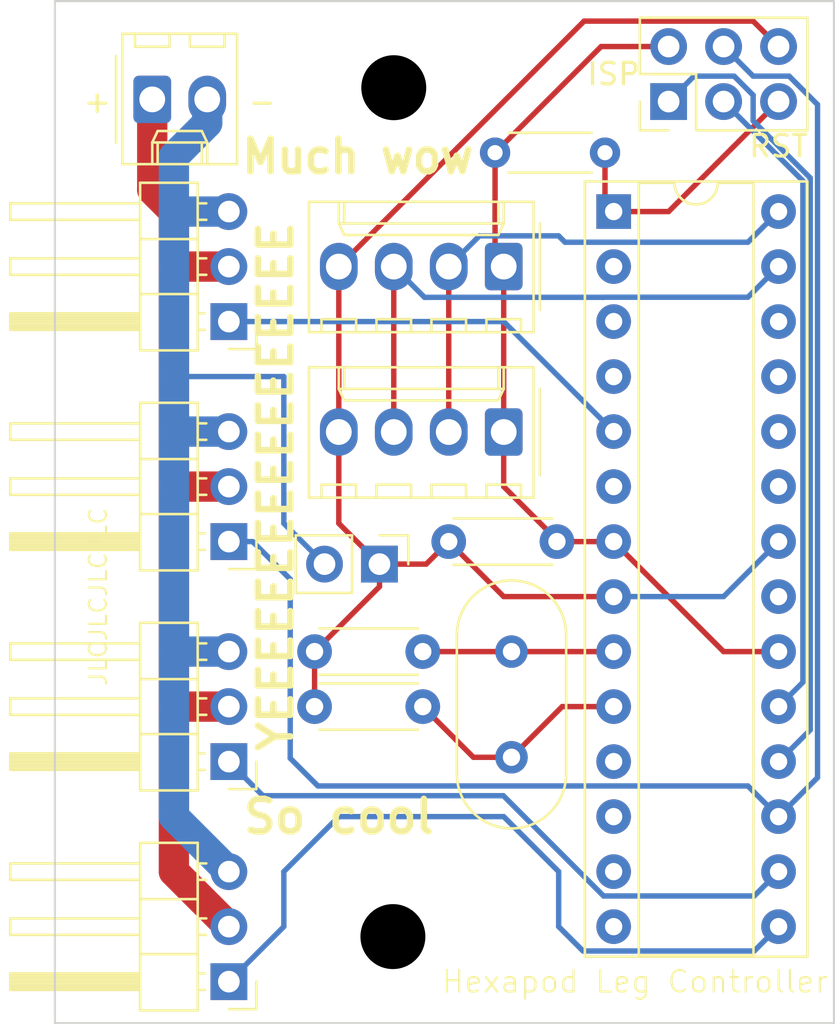
<source format=kicad_pcb>
(kicad_pcb (version 20211014) (generator pcbnew)
  (layers (0 "F.Cu" signal) (31 "B.Cu" signal) (34 "B.Paste" user) (35 "F.Paste" user) (36 "B.SilkS" user "B.Silkscreen") (37 "F.SilkS" user "F.Silkscreen") (38 "B.Mask" user) (39 "F.Mask" user) (44 "Edge.Cuts" user))
  (net 0 "")
  (net 5 "/Logic VCC")
  (net 6 "/SDA")
  (net 7 "/SCL")
  (net 12 "/Logic GND")
  (net 13 "Net-(CrystalOsc1-Pad1)")
  (net 14 "/RESET")
  (net 15 "/MOSI")
  (net 16 "/MISO")
  (net 22 "Net-(CrystalOsc1-Pad2)")
  (net 23 "/Servo0 PWM")
  (net 24 "/Servo VCC")
  (net 25 "/Servo GND")
  (net 26 "/Servo1 PWM")
  (net 27 "/SCK")
  (net 28 "/Servo3 PWM")
  (footprint "Connector_PinHeader_2.54mm:PinHeader_1x03_P2.54mm_Horizontal" (layer "F.Cu") (at 66.04 50.8 180)
    (fp_text reference "Servo3" hide)
    (fp_text value "Conn_01x03" hide)
    (fp_line (start 4.1 -0.38) (end 10.1 -0.38) (layer "F.SilkS") (width 0.12))
    (fp_line (start 10.1 -0.38) (end 10.1 0.38) (layer "F.SilkS") (width 0.12))
    (fp_line (start 10.1 5.46) (end 4.1 5.46) (layer "F.SilkS") (width 0.12))
    (fp_line (start 10.1 4.7) (end 10.1 5.46) (layer "F.SilkS") (width 0.12))
    (fp_line (start 1.44 3.81) (end 4.1 3.81) (layer "F.SilkS") (width 0.12))
    (fp_line (start 4.1 0.04) (end 10.1 0.04) (layer "F.SilkS") (width 0.12))
    (fp_line (start 4.1 0.16) (end 10.1 0.16) (layer "F.SilkS") (width 0.12))
    (fp_line (start 10.1 2.16) (end 10.1 2.92) (layer "F.SilkS") (width 0.12))
    (fp_line (start 1.44 6.41) (end 4.1 6.41) (layer "F.SilkS") (width 0.12))
    (fp_line (start 1.44 1.27) (end 4.1 1.27) (layer "F.SilkS") (width 0.12))
    (fp_line (start 1.042929 5.46) (end 1.44 5.46) (layer "F.SilkS") (width 0.12))
    (fp_line (start 10.1 2.92) (end 4.1 2.92) (layer "F.SilkS") (width 0.12))
    (fp_line (start 4.1 -0.08) (end 10.1 -0.08) (layer "F.SilkS") (width 0.12))
    (fp_line (start 4.1 0.28) (end 10.1 0.28) (layer "F.SilkS") (width 0.12))
    (fp_line (start 10.1 0.38) (end 4.1 0.38) (layer "F.SilkS") (width 0.12))
    (fp_line (start 1.042929 4.7) (end 1.44 4.7) (layer "F.SilkS") (width 0.12))
    (fp_line (start 1.11 0.38) (end 1.44 0.38) (layer "F.SilkS") (width 0.12))
    (fp_line (start 4.1 -0.2) (end 10.1 -0.2) (layer "F.SilkS") (width 0.12))
    (fp_line (start -1.27 -1.27) (end 0 -1.27) (layer "F.SilkS") (width 0.12))
    (fp_line (start 4.1 4.7) (end 10.1 4.7) (layer "F.SilkS") (width 0.12))
    (fp_line (start -1.27 0) (end -1.27 -1.27) (layer "F.SilkS") (width 0.12))
    (fp_line (start 4.1 -1.33) (end 1.44 -1.33) (layer "F.SilkS") (width 0.12))
    (fp_line (start 4.1 2.16) (end 10.1 2.16) (layer "F.SilkS") (width 0.12))
    (fp_line (start 1.042929 2.92) (end 1.44 2.92) (layer "F.SilkS") (width 0.12))
    (fp_line (start 4.1 6.41) (end 4.1 -1.33) (layer "F.SilkS") (width 0.12))
    (fp_line (start 1.44 -1.33) (end 1.44 6.41) (layer "F.SilkS") (width 0.12))
    (fp_line (start 1.11 -0.38) (end 1.44 -0.38) (layer "F.SilkS") (width 0.12))
    (fp_line (start 1.042929 2.16) (end 1.44 2.16) (layer "F.SilkS") (width 0.12))
    (fp_line (start 4.1 -0.32) (end 10.1 -0.32) (layer "F.SilkS") (width 0.12))
    (pad "1" thru_hole rect (at 0 0 180) (size 1.7 1.7) (drill 1) (layers *.Cu *.Mask) (net 28 "/Servo3 PWM"))
    (pad "2" thru_hole oval (at 0 2.54 180) (size 1.7 1.7) (drill 1) (layers *.Cu *.Mask) (net 24 "/Servo VCC"))
    (pad "3" thru_hole oval (at 0 5.08 180) (size 1.7 1.7) (drill 1) (layers *.Cu *.Mask) (net 25 "/Servo GND"))
  )
  (footprint "Connector_PinHeader_2.54mm:PinHeader_1x02_P2.54mm_Vertical" (layer "F.Cu") (at 73 62 -90)
    (fp_text reference "GroundBridge1" hide)
    (fp_text value "Conn_01x02" hide)
    (fp_line (start 1.33 1.27) (end 1.33 3.87) (layer "F.SilkS") (width 0.12))
    (fp_line (start -1.33 0) (end -1.33 -1.33) (layer "F.SilkS") (width 0.12))
    (fp_line (start -1.33 3.87) (end 1.33 3.87) (layer "F.SilkS") (width 0.12))
    (fp_line (start -1.33 1.27) (end -1.33 3.87) (layer "F.SilkS") (width 0.12))
    (fp_line (start -1.33 -1.33) (end 0 -1.33) (layer "F.SilkS") (width 0.12))
    (fp_line (start -1.33 1.27) (end 1.33 1.27) (layer "F.SilkS") (width 0.12))
    (pad "1" thru_hole rect (at 0 0 270) (size 1.7 1.7) (drill 1) (layers *.Cu *.Mask) (net 12 "/Logic GND"))
    (pad "2" thru_hole oval (at 0 2.54 270) (size 1.7 1.7) (drill 1) (layers *.Cu *.Mask) (net 25 "/Servo GND"))
  )
  (footprint "Connector_PinHeader_2.54mm:PinHeader_1x03_P2.54mm_Horizontal" (layer "F.Cu") (at 66.04 71.12 180)
    (fp_text reference "Servo1" hide)
    (fp_text value "Conn_01x03" hide)
    (fp_line (start 10.1 0.38) (end 4.1 0.38) (layer "F.SilkS") (width 0.12))
    (fp_line (start 1.042929 5.46) (end 1.44 5.46) (layer "F.SilkS") (width 0.12))
    (fp_line (start 4.1 0.04) (end 10.1 0.04) (layer "F.SilkS") (width 0.12))
    (fp_line (start 4.1 2.16) (end 10.1 2.16) (layer "F.SilkS") (width 0.12))
    (fp_line (start 1.44 3.81) (end 4.1 3.81) (layer "F.SilkS") (width 0.12))
    (fp_line (start 4.1 -0.38) (end 10.1 -0.38) (layer "F.SilkS") (width 0.12))
    (fp_line (start 4.1 0.28) (end 10.1 0.28) (layer "F.SilkS") (width 0.12))
    (fp_line (start 10.1 2.16) (end 10.1 2.92) (layer "F.SilkS") (width 0.12))
    (fp_line (start 1.11 -0.38) (end 1.44 -0.38) (layer "F.SilkS") (width 0.12))
    (fp_line (start 4.1 -0.2) (end 10.1 -0.2) (layer "F.SilkS") (width 0.12))
    (fp_line (start 1.44 6.41) (end 4.1 6.41) (layer "F.SilkS") (width 0.12))
    (fp_line (start 4.1 -0.08) (end 10.1 -0.08) (layer "F.SilkS") (width 0.12))
    (fp_line (start 1.44 1.27) (end 4.1 1.27) (layer "F.SilkS") (width 0.12))
    (fp_line (start 4.1 -0.32) (end 10.1 -0.32) (layer "F.SilkS") (width 0.12))
    (fp_line (start 1.11 0.38) (end 1.44 0.38) (layer "F.SilkS") (width 0.12))
    (fp_line (start 1.042929 2.16) (end 1.44 2.16) (layer "F.SilkS") (width 0.12))
    (fp_line (start 4.1 -1.33) (end 1.44 -1.33) (layer "F.SilkS") (width 0.12))
    (fp_line (start 1.44 -1.33) (end 1.44 6.41) (layer "F.SilkS") (width 0.12))
    (fp_line (start 1.042929 2.92) (end 1.44 2.92) (layer "F.SilkS") (width 0.12))
    (fp_line (start -1.27 -1.27) (end 0 -1.27) (layer "F.SilkS") (width 0.12))
    (fp_line (start 10.1 -0.38) (end 10.1 0.38) (layer "F.SilkS") (width 0.12))
    (fp_line (start 10.1 4.7) (end 10.1 5.46) (layer "F.SilkS") (width 0.12))
    (fp_line (start -1.27 0) (end -1.27 -1.27) (layer "F.SilkS") (width 0.12))
    (fp_line (start 10.1 2.92) (end 4.1 2.92) (layer "F.SilkS") (width 0.12))
    (fp_line (start 4.1 4.7) (end 10.1 4.7) (layer "F.SilkS") (width 0.12))
    (fp_line (start 1.042929 4.7) (end 1.44 4.7) (layer "F.SilkS") (width 0.12))
    (fp_line (start 4.1 0.16) (end 10.1 0.16) (layer "F.SilkS") (width 0.12))
    (fp_line (start 4.1 6.41) (end 4.1 -1.33) (layer "F.SilkS") (width 0.12))
    (fp_line (start 10.1 5.46) (end 4.1 5.46) (layer "F.SilkS") (width 0.12))
    (pad "1" thru_hole rect (at 0 0 180) (size 1.7 1.7) (drill 1) (layers *.Cu *.Mask) (net 26 "/Servo1 PWM"))
    (pad "2" thru_hole oval (at 0 2.54 180) (size 1.7 1.7) (drill 1) (layers *.Cu *.Mask) (net 24 "/Servo VCC"))
    (pad "3" thru_hole oval (at 0 5.08 180) (size 1.7 1.7) (drill 1) (layers *.Cu *.Mask) (net 25 "/Servo GND"))
  )
  (footprint "Capacitor_THT:C_Disc_D4.3mm_W1.9mm_P5.00mm" (layer "F.Cu") (at 75 68.58 180)
    (fp_text reference "OscCap2" hide)
    (fp_text value "0.1uF" hide)
    (fp_line (start 0.23 1.07) (end 4.77 1.07) (layer "F.SilkS") (width 0.12))
    (fp_line (start 0.23 1.055) (end 0.23 1.07) (layer "F.SilkS") (width 0.12))
    (fp_line (start 0.23 -1.07) (end 4.77 -1.07) (layer "F.SilkS") (width 0.12))
    (fp_line (start 4.77 1.055) (end 4.77 1.07) (layer "F.SilkS") (width 0.12))
    (fp_line (start 4.77 -1.07) (end 4.77 -1.055) (layer "F.SilkS") (width 0.12))
    (fp_line (start 0.23 -1.07) (end 0.23 -1.055) (layer "F.SilkS") (width 0.12))
    (pad "1" thru_hole circle (at 0 0 180) (size 1.6 1.6) (drill 0.8) (layers *.Cu *.Mask) (net 22 "Net-(CrystalOsc1-Pad2)"))
    (pad "2" thru_hole circle (at 5 0 180) (size 1.6 1.6) (drill 0.8) (layers *.Cu *.Mask) (net 12 "/Logic GND"))
  )
  (footprint "Connector_Molex:Molex_KK-254_AE-6410-04A_1x04_P2.54mm_Vertical" (layer "F.Cu") (at 78.74 55.9 180)
    (fp_text reference "BusIn1" hide)
    (fp_text value "Conn_01x04" hide)
    (fp_line (start 8.42 -2.43) (end 8.42 -3.03) (layer "F.SilkS") (width 0.12))
    (fp_line (start 7.37 1.46) (end 7.62 1.99) (layer "F.SilkS") (width 0.12))
    (fp_line (start 9 -3.03) (end -1.38 -3.03) (layer "F.SilkS") (width 0.12))
    (fp_line (start 4.28 -3.03) (end 4.28 -2.43) (layer "F.SilkS") (width 0.12))
    (fp_line (start -1.67 -2) (end -1.67 2) (layer "F.SilkS") (width 0.12))
    (fp_line (start 0.25 1.46) (end 7.37 1.46) (layer "F.SilkS") (width 0.12))
    (fp_line (start 0 1.99) (end 7.62 1.99) (layer "F.SilkS") (width 0.12))
    (fp_line (start 7.62 1.99) (end 7.62 2.99) (layer "F.SilkS") (width 0.12))
    (fp_line (start 4.28 -2.43) (end 5.88 -2.43) (layer "F.SilkS") (width 0.12))
    (fp_line (start -1.38 -3.03) (end -1.38 2.99) (layer "F.SilkS") (width 0.12))
    (fp_line (start 0.8 -2.43) (end 0.8 -3.03) (layer "F.SilkS") (width 0.12))
    (fp_line (start 5.88 -2.43) (end 5.88 -3.03) (layer "F.SilkS") (width 0.12))
    (fp_line (start 6.82 -2.43) (end 8.42 -2.43) (layer "F.SilkS") (width 0.12))
    (fp_line (start 6.82 -3.03) (end 6.82 -2.43) (layer "F.SilkS") (width 0.12))
    (fp_line (start 1.74 -2.43) (end 3.34 -2.43) (layer "F.SilkS") (width 0.12))
    (fp_line (start -0.8 -2.43) (end 0.8 -2.43) (layer "F.SilkS") (width 0.12))
    (fp_line (start 7.37 2.99) (end 7.37 1.99) (layer "F.SilkS") (width 0.12))
    (fp_line (start 0 2.99) (end 0 1.99) (layer "F.SilkS") (width 0.12))
    (fp_line (start -1.38 2.99) (end 9 2.99) (layer "F.SilkS") (width 0.12))
    (fp_line (start -0.8 -3.03) (end -0.8 -2.43) (layer "F.SilkS") (width 0.12))
    (fp_line (start 9 2.99) (end 9 -3.03) (layer "F.SilkS") (width 0.12))
    (fp_line (start 3.34 -2.43) (end 3.34 -3.03) (layer "F.SilkS") (width 0.12))
    (fp_line (start 0.25 2.99) (end 0.25 1.99) (layer "F.SilkS") (width 0.12))
    (fp_line (start 1.74 -3.03) (end 1.74 -2.43) (layer "F.SilkS") (width 0.12))
    (fp_line (start 0 1.99) (end 0.25 1.46) (layer "F.SilkS") (width 0.12))
    (pad "1" thru_hole roundrect (at 0 0 180) (size 1.74 2.19) (drill 1.19) (layers *.Cu *.Mask) (roundrect_rratio 0.1436781609) (net 5 "/Logic VCC"))
    (pad "2" thru_hole oval (at 2.54 0 180) (size 1.74 2.19) (drill 1.19) (layers *.Cu *.Mask) (net 7 "/SCL"))
    (pad "3" thru_hole oval (at 5.08 0 180) (size 1.74 2.19) (drill 1.19) (layers *.Cu *.Mask) (net 6 "/SDA"))
    (pad "4" thru_hole oval (at 7.62 0 180) (size 1.74 2.19) (drill 1.19) (layers *.Cu *.Mask) (net 12 "/Logic GND"))
  )
  (footprint "Connector_PinHeader_2.54mm:PinHeader_1x03_P2.54mm_Horizontal" (layer "F.Cu") (at 66.04 60.96 180)
    (fp_text reference "Servo2" hide)
    (fp_text value "Conn_01x03" hide)
    (fp_line (start 1.44 3.81) (end 4.1 3.81) (layer "F.SilkS") (width 0.12))
    (fp_line (start 10.1 2.16) (end 10.1 2.92) (layer "F.SilkS") (width 0.12))
    (fp_line (start 4.1 0.28) (end 10.1 0.28) (layer "F.SilkS") (width 0.12))
    (fp_line (start 4.1 -0.32) (end 10.1 -0.32) (layer "F.SilkS") (width 0.12))
    (fp_line (start 4.1 -1.33) (end 1.44 -1.33) (layer "F.SilkS") (width 0.12))
    (fp_line (start 4.1 -0.08) (end 10.1 -0.08) (layer "F.SilkS") (width 0.12))
    (fp_line (start 10.1 4.7) (end 10.1 5.46) (layer "F.SilkS") (width 0.12))
    (fp_line (start 4.1 4.7) (end 10.1 4.7) (layer "F.SilkS") (width 0.12))
    (fp_line (start 4.1 -0.38) (end 10.1 -0.38) (layer "F.SilkS") (width 0.12))
    (fp_line (start 1.042929 2.16) (end 1.44 2.16) (layer "F.SilkS") (width 0.12))
    (fp_line (start 4.1 0.04) (end 10.1 0.04) (layer "F.SilkS") (width 0.12))
    (fp_line (start 10.1 0.38) (end 4.1 0.38) (layer "F.SilkS") (width 0.12))
    (fp_line (start 1.042929 5.46) (end 1.44 5.46) (layer "F.SilkS") (width 0.12))
    (fp_line (start 1.11 0.38) (end 1.44 0.38) (layer "F.SilkS") (width 0.12))
    (fp_line (start 4.1 0.16) (end 10.1 0.16) (layer "F.SilkS") (width 0.12))
    (fp_line (start 1.042929 2.92) (end 1.44 2.92) (layer "F.SilkS") (width 0.12))
    (fp_line (start 4.1 2.16) (end 10.1 2.16) (layer "F.SilkS") (width 0.12))
    (fp_line (start 10.1 -0.38) (end 10.1 0.38) (layer "F.SilkS") (width 0.12))
    (fp_line (start -1.27 0) (end -1.27 -1.27) (layer "F.SilkS") (width 0.12))
    (fp_line (start -1.27 -1.27) (end 0 -1.27) (layer "F.SilkS") (width 0.12))
    (fp_line (start 1.44 6.41) (end 4.1 6.41) (layer "F.SilkS") (width 0.12))
    (fp_line (start 10.1 5.46) (end 4.1 5.46) (layer "F.SilkS") (width 0.12))
    (fp_line (start 4.1 -0.2) (end 10.1 -0.2) (layer "F.SilkS") (width 0.12))
    (fp_line (start 10.1 2.92) (end 4.1 2.92) (layer "F.SilkS") (width 0.12))
    (fp_line (start 4.1 6.41) (end 4.1 -1.33) (layer "F.SilkS") (width 0.12))
    (fp_line (start 1.44 -1.33) (end 1.44 6.41) (layer "F.SilkS") (width 0.12))
    (fp_line (start 1.44 1.27) (end 4.1 1.27) (layer "F.SilkS") (width 0.12))
    (fp_line (start 1.11 -0.38) (end 1.44 -0.38) (layer "F.SilkS") (width 0.12))
    (fp_line (start 1.042929 4.7) (end 1.44 4.7) (layer "F.SilkS") (width 0.12))
    (pad "1" thru_hole rect (at 0 0 180) (size 1.7 1.7) (drill 1) (layers *.Cu *.Mask) (net 15 "/MOSI"))
    (pad "2" thru_hole oval (at 0 2.54 180) (size 1.7 1.7) (drill 1) (layers *.Cu *.Mask) (net 24 "/Servo VCC"))
    (pad "3" thru_hole oval (at 0 5.08 180) (size 1.7 1.7) (drill 1) (layers *.Cu *.Mask) (net 25 "/Servo GND"))
  )
  (footprint "Connector_PinHeader_2.54mm:PinHeader_2x03_P2.54mm_Vertical" (layer "F.Cu") (at 86.36 40.64 90)
    (fp_text reference "ISP" (at 1.27 -2.54 180) (layer "F.SilkS"))
    (fp_text value "Conn_02x03_Top_Bottom" hide)
    (fp_line (start 1.27 -1.33) (end 3.87 -1.33) (layer "F.SilkS") (width 0.12))
    (fp_line (start -1.33 6.41) (end 3.87 6.41) (layer "F.SilkS") (width 0.12))
    (fp_line (start 3.87 -1.33) (end 3.87 6.41) (layer "F.SilkS") (width 0.12))
    (fp_line (start -1.33 -1.33) (end 0 -1.33) (layer "F.SilkS") (width 0.12))
    (fp_line (start -1.33 1.27) (end -1.33 6.41) (layer "F.SilkS") (width 0.12))
    (fp_line (start -1.33 1.27) (end 1.27 1.27) (layer "F.SilkS") (width 0.12))
    (fp_line (start -1.33 0) (end -1.33 -1.33) (layer "F.SilkS") (width 0.12))
    (fp_line (start 1.27 1.27) (end 1.27 -1.33) (layer "F.SilkS") (width 0.12))
    (pad "1" thru_hole rect (at 0 0 90) (size 1.7 1.7) (drill 1) (layers *.Cu *.Mask) (net 16 "/MISO"))
    (pad "2" thru_hole oval (at 2.54 0 90) (size 1.7 1.7) (drill 1) (layers *.Cu *.Mask) (net 5 "/Logic VCC"))
    (pad "3" thru_hole oval (at 0 2.54 90) (size 1.7 1.7) (drill 1) (layers *.Cu *.Mask) (net 27 "/SCK"))
    (pad "4" thru_hole oval (at 2.54 2.54 90) (size 1.7 1.7) (drill 1) (layers *.Cu *.Mask) (net 15 "/MOSI"))
    (pad "5" thru_hole oval (at 0 5.08 90) (size 1.7 1.7) (drill 1) (layers *.Cu *.Mask) (net 14 "/RESET"))
    (pad "6" thru_hole oval (at 2.54 5.08 90) (size 1.7 1.7) (drill 1) (layers *.Cu *.Mask) (net 12 "/Logic GND"))
  )
  (footprint "Capacitor_THT:C_Disc_D4.3mm_W1.9mm_P5.00mm" (layer "F.Cu") (at 76.2 60.96)
    (fp_text reference "DecupCap1" hide)
    (fp_text value "0.1uF" hide)
    (fp_line (start 4.77 1.055) (end 4.77 1.07) (layer "F.SilkS") (width 0.12))
    (fp_line (start 0.23 -1.07) (end 0.23 -1.055) (layer "F.SilkS") (width 0.12))
    (fp_line (start 0.23 1.055) (end 0.23 1.07) (layer "F.SilkS") (width 0.12))
    (fp_line (start 4.77 -1.07) (end 4.77 -1.055) (layer "F.SilkS") (width 0.12))
    (fp_line (start 0.23 1.07) (end 4.77 1.07) (layer "F.SilkS") (width 0.12))
    (fp_line (start 0.23 -1.07) (end 4.77 -1.07) (layer "F.SilkS") (width 0.12))
    (pad "1" thru_hole circle (at 0 0) (size 1.6 1.6) (drill 0.8) (layers *.Cu *.Mask) (net 12 "/Logic GND"))
    (pad "2" thru_hole circle (at 5 0) (size 1.6 1.6) (drill 0.8) (layers *.Cu *.Mask) (net 5 "/Logic VCC"))
  )
  (footprint "Resistor_THT:R_Axial_DIN0204_L3.6mm_D1.6mm_P5.08mm_Horizontal" (layer "F.Cu") (at 83.42 43 180)
    (fp_text reference "ResetPullUp1" hide)
    (fp_text value "10k" hide)
    (fp_line (start 0.62 0.92) (end 4.46 0.92) (layer "F.SilkS") (width 0.12))
    (fp_line (start 0.62 -0.92) (end 4.46 -0.92) (layer "F.SilkS") (width 0.12))
    (pad "1" thru_hole circle (at 0 0 180) (size 1.4 1.4) (drill 0.7) (layers *.Cu *.Mask) (net 14 "/RESET"))
    (pad "2" thru_hole oval (at 5.08 0 180) (size 1.4 1.4) (drill 0.7) (layers *.Cu *.Mask) (net 5 "/Logic VCC"))
  )
  (footprint "Crystal:Crystal_HC49-4H_Vertical" (layer "F.Cu") (at 79.1 66.04 -90)
    (fp_text reference "CrystalOsc1" hide)
    (fp_text value "Conn_01x02" hide)
    (fp_line (start -0.76 2.525) (end 5.64 2.525) (layer "F.SilkS") (width 0.12))
    (fp_line (start -0.76 -2.525) (end 5.64 -2.525) (layer "F.SilkS") (width 0.12))
    (fp_arc (start 5.64 -2.525) (mid 8.165 0) (end 5.64 2.525) (layer "F.SilkS") (width 0.12))
    (fp_arc (start -0.76 2.525) (mid -3.285 0) (end -0.76 -2.525) (layer "F.SilkS") (width 0.12))
    (pad "1" thru_hole circle (at 0 0 270) (size 1.5 1.5) (drill 0.8) (layers *.Cu *.Mask) (net 13 "Net-(CrystalOsc1-Pad1)"))
    (pad "2" thru_hole circle (at 4.88 0 270) (size 1.5 1.5) (drill 0.8) (layers *.Cu *.Mask) (net 22 "Net-(CrystalOsc1-Pad2)"))
  )
  (footprint "Connector_PinHeader_2.54mm:PinHeader_1x03_P2.54mm_Horizontal" (layer "F.Cu") (at 66.04 81.28 180)
    (fp_text reference "Servo0" hide)
    (fp_text value "Conn_01x03" hide)
    (fp_line (start 10.1 2.92) (end 4.1 2.92) (layer "F.SilkS") (width 0.12))
    (fp_line (start 1.042929 4.7) (end 1.44 4.7) (layer "F.SilkS") (width 0.12))
    (fp_line (start 4.1 6.41) (end 4.1 -1.33) (layer "F.SilkS") (width 0.12))
    (fp_line (start 4.1 0.04) (end 10.1 0.04) (layer "F.SilkS") (width 0.12))
    (fp_line (start 10.1 0.38) (end 4.1 0.38) (layer "F.SilkS") (width 0.12))
    (fp_line (start 4.1 4.7) (end 10.1 4.7) (layer "F.SilkS") (width 0.12))
    (fp_line (start -1.27 0) (end -1.27 -1.27) (layer "F.SilkS") (width 0.12))
    (fp_line (start 1.44 -1.33) (end 1.44 6.41) (layer "F.SilkS") (width 0.12))
    (fp_line (start 1.042929 2.92) (end 1.44 2.92) (layer "F.SilkS") (width 0.12))
    (fp_line (start 1.042929 5.46) (end 1.44 5.46) (layer "F.SilkS") (width 0.12))
    (fp_line (start 4.1 2.16) (end 10.1 2.16) (layer "F.SilkS") (width 0.12))
    (fp_line (start 1.44 3.81) (end 4.1 3.81) (layer "F.SilkS") (width 0.12))
    (fp_line (start -1.27 -1.27) (end 0 -1.27) (layer "F.SilkS") (width 0.12))
    (fp_line (start 1.11 -0.38) (end 1.44 -0.38) (layer "F.SilkS") (width 0.12))
    (fp_line (start 4.1 -0.2) (end 10.1 -0.2) (layer "F.SilkS") (width 0.12))
    (fp_line (start 10.1 2.16) (end 10.1 2.92) (layer "F.SilkS") (width 0.12))
    (fp_line (start 4.1 -0.32) (end 10.1 -0.32) (layer "F.SilkS") (width 0.12))
    (fp_line (start 1.44 6.41) (end 4.1 6.41) (layer "F.SilkS") (width 0.12))
    (fp_line (start 1.042929 2.16) (end 1.44 2.16) (layer "F.SilkS") (width 0.12))
    (fp_line (start 10.1 -0.38) (end 10.1 0.38) (layer "F.SilkS") (width 0.12))
    (fp_line (start 4.1 0.16) (end 10.1 0.16) (layer "F.SilkS") (width 0.12))
    (fp_line (start 1.11 0.38) (end 1.44 0.38) (layer "F.SilkS") (width 0.12))
    (fp_line (start 4.1 -0.08) (end 10.1 -0.08) (layer "F.SilkS") (width 0.12))
    (fp_line (start 10.1 5.46) (end 4.1 5.46) (layer "F.SilkS") (width 0.12))
    (fp_line (start 1.44 1.27) (end 4.1 1.27) (layer "F.SilkS") (width 0.12))
    (fp_line (start 4.1 0.28) (end 10.1 0.28) (layer "F.SilkS") (width 0.12))
    (fp_line (start 4.1 -1.33) (end 1.44 -1.33) (layer "F.SilkS") (width 0.12))
    (fp_line (start 4.1 -0.38) (end 10.1 -0.38) (layer "F.SilkS") (width 0.12))
    (fp_line (start 10.1 4.7) (end 10.1 5.46) (layer "F.SilkS") (width 0.12))
    (pad "1" thru_hole rect (at 0 0 180) (size 1.7 1.7) (drill 1) (layers *.Cu *.Mask) (net 23 "/Servo0 PWM"))
    (pad "2" thru_hole oval (at 0 2.54 180) (size 1.7 1.7) (drill 1) (layers *.Cu *.Mask) (net 24 "/Servo VCC"))
    (pad "3" thru_hole oval (at 0 5.08 180) (size 1.7 1.7) (drill 1) (layers *.Cu *.Mask) (net 25 "/Servo GND"))
  )
  (footprint "" (layer "F.Cu") (at 73.66 40)
    (fp_text reference "" hide)
    (fp_text value "" hide)
    (pad "" np_thru_hole circle (at 0 0) (size 6 6) (drill 3) (layers *.Mask))
  )
  (footprint "MountingHole:MountingHole_3mm_Pad" (layer "F.Cu") (at 73.62 79.2)
    (fp_text reference "REF**" hide)
    (fp_text value "MountingHole_3mm_Pad" hide)
    (pad "" np_thru_hole circle (at 0 0) (size 6 6) (drill 3) (layers *.Mask))
  )
  (footprint "Capacitor_THT:C_Disc_D4.3mm_W1.9mm_P5.00mm" (layer "F.Cu") (at 75 66.04 180)
    (fp_text reference "OscCap1" hide)
    (fp_text value "0.1uF" hide)
    (fp_line (start 4.77 -1.07) (end 4.77 -1.055) (layer "F.SilkS") (width 0.12))
    (fp_line (start 0.23 1.07) (end 4.77 1.07) (layer "F.SilkS") (width 0.12))
    (fp_line (start 0.23 -1.07) (end 0.23 -1.055) (layer "F.SilkS") (width 0.12))
    (fp_line (start 0.23 -1.07) (end 4.77 -1.07) (layer "F.SilkS") (width 0.12))
    (fp_line (start 0.23 1.055) (end 0.23 1.07) (layer "F.SilkS") (width 0.12))
    (fp_line (start 4.77 1.055) (end 4.77 1.07) (layer "F.SilkS") (width 0.12))
    (pad "1" thru_hole circle (at 0 0 180) (size 1.6 1.6) (drill 0.8) (layers *.Cu *.Mask) (net 13 "Net-(CrystalOsc1-Pad1)"))
    (pad "2" thru_hole circle (at 5 0 180) (size 1.6 1.6) (drill 0.8) (layers *.Cu *.Mask) (net 12 "/Logic GND"))
  )
  (footprint "Package_DIP:DIP-28_W7.62mm_Socket" (layer "F.Cu") (at 83.82 45.72)
    (fp_text reference "U1" hide)
    (fp_text value "ATmega328-P" hide)
    (fp_line (start 1.16 -1.33) (end 1.16 34.35) (layer "F.SilkS") (width 0.12))
    (fp_line (start 8.95 34.41) (end 8.95 -1.39) (layer "F.SilkS") (width 0.12))
    (fp_line (start -1.33 34.41) (end 8.95 34.41) (layer "F.SilkS") (width 0.12))
    (fp_line (start 8.95 -1.39) (end -1.33 -1.39) (layer "F.SilkS") (width 0.12))
    (fp_line (start 6.46 34.35) (end 6.46 -1.33) (layer "F.SilkS") (width 0.12))
    (fp_line (start 6.46 -1.33) (end 4.81 -1.33) (layer "F.SilkS") (width 0.12))
    (fp_line (start -1.33 -1.39) (end -1.33 34.41) (layer "F.SilkS") (width 0.12))
    (fp_line (start 1.16 34.35) (end 6.46 34.35) (layer "F.SilkS") (width 0.12))
    (fp_line (start 2.81 -1.33) (end 1.16 -1.33) (layer "F.SilkS") (width 0.12))
    (fp_arc (start 4.81 -1.33) (mid 3.81 -0.33) (end 2.81 -1.33) (layer "F.SilkS") (width 0.12))
    (pad "1" thru_hole rect (at 0 0) (size 1.6 1.6) (drill 0.8) (layers *.Cu *.Mask) (net 14 "/RESET"))
    (pad "2" thru_hole oval (at 0 2.54) (size 1.6 1.6) (drill 0.8) (layers *.Cu *.Mask))
    (pad "3" thru_hole oval (at 0 5.08) (size 1.6 1.6) (drill 0.8) (layers *.Cu *.Mask))
    (pad "4" thru_hole oval (at 0 7.62) (size 1.6 1.6) (drill 0.8) (layers *.Cu *.Mask))
    (pad "5" thru_hole oval (at 0 10.16) (size 1.6 1.6) (drill 0.8) (layers *.Cu *.Mask) (net 28 "/Servo3 PWM"))
    (pad "6" thru_hole oval (at 0 12.7) (size 1.6 1.6) (drill 0.8) (layers *.Cu *.Mask))
    (pad "7" thru_hole oval (at 0 15.24) (size 1.6 1.6) (drill 0.8) (layers *.Cu *.Mask) (net 5 "/Logic VCC"))
    (pad "8" thru_hole oval (at 0 17.78) (size 1.6 1.6) (drill 0.8) (layers *.Cu *.Mask) (net 12 "/Logic GND"))
    (pad "9" thru_hole oval (at 0 20.32) (size 1.6 1.6) (drill 0.8) (layers *.Cu *.Mask) (net 13 "Net-(CrystalOsc1-Pad1)"))
    (pad "10" thru_hole oval (at 0 22.86) (size 1.6 1.6) (drill 0.8) (layers *.Cu *.Mask) (net 22 "Net-(CrystalOsc1-Pad2)"))
    (pad "11" thru_hole oval (at 0 25.4) (size 1.6 1.6) (drill 0.8) (layers *.Cu *.Mask))
    (pad "12" thru_hole oval (at 0 27.94) (size 1.6 1.6) (drill 0.8) (layers *.Cu *.Mask))
    (pad "13" thru_hole oval (at 0 30.48) (size 1.6 1.6) (drill 0.8) (layers *.Cu *.Mask))
    (pad "14" thru_hole oval (at 0 33.02) (size 1.6 1.6) (drill 0.8) (layers *.Cu *.Mask))
    (pad "15" thru_hole oval (at 7.62 33.02) (size 1.6 1.6) (drill 0.8) (layers *.Cu *.Mask) (net 23 "/Servo0 PWM"))
    (pad "16" thru_hole oval (at 7.62 30.48) (size 1.6 1.6) (drill 0.8) (layers *.Cu *.Mask) (net 26 "/Servo1 PWM"))
    (pad "17" thru_hole oval (at 7.62 27.94) (size 1.6 1.6) (drill 0.8) (layers *.Cu *.Mask) (net 15 "/MOSI"))
    (pad "18" thru_hole oval (at 7.62 25.4) (size 1.6 1.6) (drill 0.8) (layers *.Cu *.Mask) (net 16 "/MISO"))
    (pad "19" thru_hole oval (at 7.62 22.86) (size 1.6 1.6) (drill 0.8) (layers *.Cu *.Mask) (net 27 "/SCK"))
    (pad "20" thru_hole oval (at 7.62 20.32) (size 1.6 1.6) (drill 0.8) (layers *.Cu *.Mask) (net 5 "/Logic VCC"))
    (pad "21" thru_hole oval (at 7.62 17.78) (size 1.6 1.6) (drill 0.8) (layers *.Cu *.Mask))
    (pad "22" thru_hole oval (at 7.62 15.24) (size 1.6 1.6) (drill 0.8) (layers *.Cu *.Mask) (net 12 "/Logic GND"))
    (pad "23" thru_hole oval (at 7.62 12.7) (size 1.6 1.6) (drill 0.8) (layers *.Cu *.Mask))
    (pad "24" thru_hole oval (at 7.62 10.16) (size 1.6 1.6) (drill 0.8) (layers *.Cu *.Mask))
    (pad "25" thru_hole oval (at 7.62 7.62) (size 1.6 1.6) (drill 0.8) (layers *.Cu *.Mask))
    (pad "26" thru_hole oval (at 7.62 5.08) (size 1.6 1.6) (drill 0.8) (layers *.Cu *.Mask))
    (pad "27" thru_hole oval (at 7.62 2.54) (size 1.6 1.6) (drill 0.8) (layers *.Cu *.Mask) (net 6 "/SDA"))
    (pad "28" thru_hole oval (at 7.62 0) (size 1.6 1.6) (drill 0.8) (layers *.Cu *.Mask) (net 7 "/SCL"))
  )
  (footprint "Connector_Molex:Molex_KK-254_AE-6410-04A_1x04_P2.54mm_Vertical" (layer "F.Cu") (at 78.74 48.26 180)
    (fp_text reference "BusOut1" hide)
    (fp_text value "Conn_01x04" hide)
    (fp_line (start 0.8 -2.43) (end 0.8 -3.03) (layer "F.SilkS") (width 0.12))
    (fp_line (start 3.34 -2.43) (end 3.34 -3.03) (layer "F.SilkS") (width 0.12))
    (fp_line (start 6.82 -2.43) (end 8.42 -2.43) (layer "F.SilkS") (width 0.12))
    (fp_line (start 9 2.99) (end 9 -3.03) (layer "F.SilkS") (width 0.12))
    (fp_line (start 4.28 -2.43) (end 5.88 -2.43) (layer "F.SilkS") (width 0.12))
    (fp_line (start 0 1.99) (end 7.62 1.99) (layer "F.SilkS") (width 0.12))
    (fp_line (start 4.28 -3.03) (end 4.28 -2.43) (layer "F.SilkS") (width 0.12))
    (fp_line (start 7.37 2.99) (end 7.37 1.99) (layer "F.SilkS") (width 0.12))
    (fp_line (start 9 -3.03) (end -1.38 -3.03) (layer "F.SilkS") (width 0.12))
    (fp_line (start 1.74 -3.03) (end 1.74 -2.43) (layer "F.SilkS") (width 0.12))
    (fp_line (start 0 2.99) (end 0 1.99) (layer "F.SilkS") (width 0.12))
    (fp_line (start 6.82 -3.03) (end 6.82 -2.43) (layer "F.SilkS") (width 0.12))
    (fp_line (start 7.62 1.99) (end 7.62 2.99) (layer "F.SilkS") (width 0.12))
    (fp_line (start -1.38 2.99) (end 9 2.99) (layer "F.SilkS") (width 0.12))
    (fp_line (start 1.74 -2.43) (end 3.34 -2.43) (layer "F.SilkS") (width 0.12))
    (fp_line (start -0.8 -2.43) (end 0.8 -2.43) (layer "F.SilkS") (width 0.12))
    (fp_line (start 0.25 1.46) (end 7.37 1.46) (layer "F.SilkS") (width 0.12))
    (fp_line (start -0.8 -3.03) (end -0.8 -2.43) (layer "F.SilkS") (width 0.12))
    (fp_line (start 8.42 -2.43) (end 8.42 -3.03) (layer "F.SilkS") (width 0.12))
    (fp_line (start 7.37 1.46) (end 7.62 1.99) (layer "F.SilkS") (width 0.12))
    (fp_line (start 0 1.99) (end 0.25 1.46) (layer "F.SilkS") (width 0.12))
    (fp_line (start 5.88 -2.43) (end 5.88 -3.03) (layer "F.SilkS") (width 0.12))
    (fp_line (start 0.25 2.99) (end 0.25 1.99) (layer "F.SilkS") (width 0.12))
    (fp_line (start -1.38 -3.03) (end -1.38 2.99) (layer "F.SilkS") (width 0.12))
    (fp_line (start -1.67 -2) (end -1.67 2) (layer "F.SilkS") (width 0.12))
    (pad "1" thru_hole roundrect (at 0 0 180) (size 1.74 2.19) (drill 1.19) (layers *.Cu *.Mask) (roundrect_rratio 0.1436781609) (net 5 "/Logic VCC"))
    (pad "2" thru_hole oval (at 2.54 0 180) (size 1.74 2.19) (drill 1.19) (layers *.Cu *.Mask) (net 7 "/SCL"))
    (pad "3" thru_hole oval (at 5.08 0 180) (size 1.74 2.19) (drill 1.19) (layers *.Cu *.Mask) (net 6 "/SDA"))
    (pad "4" thru_hole oval (at 7.62 0 180) (size 1.74 2.19) (drill 1.19) (layers *.Cu *.Mask) (net 12 "/Logic GND"))
  )
  (footprint "Connector_Molex:Molex_KK-254_AE-6410-02A_1x02_P2.54mm_Vertical" (layer "F.Cu") (at 62.5 40.54)
    (fp_text reference "ServoPowerIn1" hide)
    (fp_text value "Conn_01x02" hide)
    (fp_line (start 0 2.99) (end 0 1.99) (layer "F.SilkS") (width 0.12))
    (fp_line (start 2.54 1.99) (end 2.54 2.99) (layer "F.SilkS") (width 0.12))
    (fp_line (start -1.38 2.99) (end 3.92 2.99) (layer "F.SilkS") (width 0.12))
    (fp_line (start -0.8 -2.43) (end 0.8 -2.43) (layer "F.SilkS") (width 0.12))
    (fp_line (start 0.8 -2.43) (end 0.8 -3.03) (layer "F.SilkS") (width 0.12))
    (fp_line (start 3.92 2.99) (end 3.92 -3.03) (layer "F.SilkS") (width 0.12))
    (fp_line (start 2.29 1.46) (end 2.54 1.99) (layer "F.SilkS") (width 0.12))
    (fp_line (start 0.25 1.46) (end 2.29 1.46) (layer "F.SilkS") (width 0.12))
    (fp_line (start 1.74 -2.43) (end 3.34 -2.43) (layer "F.SilkS") (width 0.12))
    (fp_line (start 0 1.99) (end 2.54 1.99) (layer "F.SilkS") (width 0.12))
    (fp_line (start -0.8 -3.03) (end -0.8 -2.43) (layer "F.SilkS") (width 0.12))
    (fp_line (start 0 1.99) (end 0.25 1.46) (layer "F.SilkS") (width 0.12))
    (fp_line (start 1.74 -3.03) (end 1.74 -2.43) (layer "F.SilkS") (width 0.12))
    (fp_line (start 0.25 2.99) (end 0.25 1.99) (layer "F.SilkS") (width 0.12))
    (fp_line (start 2.29 2.99) (end 2.29 1.99) (layer "F.SilkS") (width 0.12))
    (fp_line (start 3.92 -3.03) (end -1.38 -3.03) (layer "F.SilkS") (width 0.12))
    (fp_line (start -1.38 -3.03) (end -1.38 2.99) (layer "F.SilkS") (width 0.12))
    (fp_line (start 3.34 -2.43) (end 3.34 -3.03) (layer "F.SilkS") (width 0.12))
    (fp_line (start -1.67 -2) (end -1.67 2) (layer "F.SilkS") (width 0.12))
    (pad "1" thru_hole roundrect (at 0 0) (size 1.74 2.19) (drill 1.19) (layers *.Cu *.Mask) (roundrect_rratio 0.1436781609) (net 24 "/Servo VCC"))
    (pad "2" thru_hole oval (at 2.54 0) (size 1.74 2.19) (drill 1.19) (layers *.Cu *.Mask) (net 25 "/Servo GND"))
  )
  (gr_rect (start 58 36) (end 94 83.2) (layer "Edge.Cuts") (width 0.1) (fill none))
  (gr_text "-" (at 67.58 40.64) (layer "F.SilkS") (effects (font (size 1 1))))
  (gr_text "Hexapod Leg Controller" (at 84.8 81.28) (layer "F.SilkS") (effects (font (size 1 1) (thickness 0.1))))
  (gr_text "JLCJLCJLCJLC" (at 60 63.5 90) (layer "F.SilkS") (effects (font (size 0.8 0.8) (thickness 0.1))))
  (gr_text "Much wow" (at 72 43.18) (layer "F.SilkS") (effects (font (size 1.5 1.4) (thickness 0.3))))
  (gr_text "RST" (at 91.44 42.7) (layer "F.SilkS") (effects (font (size 1 1))))
  (gr_text "+" (at 59.96 40.64) (layer "F.SilkS") (effects (font (size 1 1))))
  (gr_text "YEEEEEEEEEEEEEEEEE" (at 68.2 58.42 90) (layer "F.SilkS") (effects (font (size 1.5 1.5) (thickness 0.3))))
  (gr_text "So cool" (at 71.12 73.66) (layer "F.SilkS") (effects (font (size 1.5 1.5) (thickness 0.3))))
  (segment (start 86.36 38.1) (end 83.24 38.1) (width 0.25) (layer "F.Cu") (net 5))
  (segment (start 78.74 55.9) (end 78.74 58.42) (width 0.25) (layer "F.Cu") (net 5))
  (segment (start 91.44 66.04) (end 88.9 66.04) (width 0.25) (layer "F.Cu") (net 5))
  (segment (start 88.9 66.04) (end 83.82 60.96) (width 0.25) (layer "F.Cu") (net 5))
  (segment (start 78.34 43) (end 78.34 47.86) (width 0.25) (layer "F.Cu") (net 5))
  (segment (start 78.74 58.42) (end 81.28 60.96) (width 0.25) (layer "F.Cu") (net 5))
  (segment (start 78.74 48.26) (end 78.74 55.9) (width 0.25) (layer "F.Cu") (net 5))
  (segment (start 83.24 38.1) (end 78.34 43) (width 0.25) (layer "F.Cu") (net 5))
  (segment (start 78.34 47.86) (end 78.74 48.26) (width 0.25) (layer "F.Cu") (net 5))
  (segment (start 81.28 60.96) (end 83.82 60.96) (width 0.25) (layer "F.Cu") (net 5))
  (segment (start 73.66 48.26) (end 73.66 55.9) (width 0.25) (layer "F.Cu") (net 6))
  (segment (start 83.354211 49.675489) (end 90.024511 49.675489) (width 0.25) (layer "B.Cu") (net 6))
  (segment (start 75.07952 49.67952) (end 83.35018 49.67952) (width 0.25) (layer "B.Cu") (net 6))
  (segment (start 90.024511 49.675489) (end 91.44 48.26) (width 0.25) (layer "B.Cu") (net 6))
  (segment (start 83.35018 49.67952) (end 83.354211 49.675489) (width 0.25) (layer "B.Cu") (net 6))
  (segment (start 73.66 48.26) (end 75.07952 49.67952) (width 0.25) (layer "B.Cu") (net 6))
  (segment (start 76.2 48.26) (end 76.2 55.9) (width 0.25) (layer "F.Cu") (net 7))
  (segment (start 81.570978 47.135489) (end 90.024511 47.135489) (width 0.25) (layer "B.Cu") (net 7))
  (segment (start 77.61952 46.84048) (end 81.275969 46.84048) (width 0.25) (layer "B.Cu") (net 7))
  (segment (start 81.275969 46.84048) (end 81.570978 47.135489) (width 0.25) (layer "B.Cu") (net 7))
  (segment (start 90.024511 47.135489) (end 91.44 45.72) (width 0.25) (layer "B.Cu") (net 7))
  (segment (start 76.2 48.26) (end 77.61952 46.84048) (width 0.25) (layer "B.Cu") (net 7))
  (segment (start 73 63.04) (end 70 66.04) (width 0.25) (layer "F.Cu") (net 12))
  (segment (start 73 62) (end 73 63.04) (width 0.25) (layer "F.Cu") (net 12))
  (segment (start 71.12 55.9) (end 71.12 60.12) (width 0.25) (layer "F.Cu") (net 12))
  (segment (start 70 66.04) (end 70 68.58) (width 0.25) (layer "F.Cu") (net 12))
  (segment (start 90.265489 36.925489) (end 82.454511 36.925489) (width 0.25) (layer "F.Cu") (net 12))
  (segment (start 76.2 60.96) (end 78.74 63.5) (width 0.25) (layer "F.Cu") (net 12))
  (segment (start 91.44 38.1) (end 90.265489 36.925489) (width 0.25) (layer "F.Cu") (net 12))
  (segment (start 82.454511 36.925489) (end 71.12 48.26) (width 0.25) (layer "F.Cu") (net 12))
  (segment (start 71.12 60.12) (end 73 62) (width 0.25) (layer "F.Cu") (net 12))
  (segment (start 73 62) (end 75.16 62) (width 0.25) (layer "F.Cu") (net 12))
  (segment (start 78.74 63.5) (end 83.82 63.5) (width 0.25) (layer "F.Cu") (net 12))
  (segment (start 75.16 62) (end 76.2 60.96) (width 0.25) (layer "F.Cu") (net 12))
  (segment (start 71.12 48.26) (end 71.12 55.9) (width 0.25) (layer "F.Cu") (net 12))
  (segment (start 83.82 63.5) (end 88.9 63.5) (width 0.25) (layer "B.Cu") (net 12))
  (segment (start 88.9 63.5) (end 91.44 60.96) (width 0.25) (layer "B.Cu") (net 12))
  (segment (start 83.82 66.04) (end 79.1 66.04) (width 0.25) (layer "F.Cu") (net 13))
  (segment (start 79.1 66.04) (end 75 66.04) (width 0.25) (layer "F.Cu") (net 13))
  (segment (start 86.36 45.72) (end 83.82 45.72) (width 0.25) (layer "F.Cu") (net 14))
  (segment (start 91.44 40.64) (end 86.36 45.72) (width 0.25) (layer "F.Cu") (net 14))
  (segment (start 83.42 43) (end 83.42 45.32) (width 0.25) (layer "F.Cu") (net 14))
  (segment (start 83.42 45.32) (end 83.82 45.72) (width 0.25) (layer "F.Cu") (net 14))
  (segment (start 66.04 60.96) (end 67.14 60.96) (width 0.25) (layer "B.Cu") (net 15))
  (segment (start 70.154031 72.244511) (end 90.024511 72.244511) (width 0.25) (layer "B.Cu") (net 15))
  (segment (start 90.265489 39.465489) (end 91.926499 39.465489) (width 0.25) (layer "B.Cu") (net 15))
  (segment (start 90.024511 72.244511) (end 91.44 73.66) (width 0.25) (layer "B.Cu") (net 15))
  (segment (start 91.926499 39.465489) (end 93.241351 40.780341) (width 0.25) (layer "B.Cu") (net 15))
  (segment (start 93.241351 71.858649) (end 91.44 73.66) (width 0.25) (layer "B.Cu") (net 15))
  (segment (start 68.875489 62.695489) (end 68.875489 70.965969) (width 0.25) (layer "B.Cu") (net 15))
  (segment (start 68.875489 70.965969) (end 70.154031 72.244511) (width 0.25) (layer "B.Cu") (net 15))
  (segment (start 88.9 38.1) (end 90.265489 39.465489) (width 0.25) (layer "B.Cu") (net 15))
  (segment (start 93.241351 40.780341) (end 93.241351 71.858649) (width 0.25) (layer "B.Cu") (net 15))
  (segment (start 67.14 60.96) (end 68.875489 62.695489) (width 0.25) (layer "B.Cu") (net 15))
  (segment (start 90.265489 41.526891) (end 92.902931 44.164333) (width 0.25) (layer "B.Cu") (net 16))
  (segment (start 92.902931 44.164333) (end 92.902931 69.657069) (width 0.25) (layer "B.Cu") (net 16))
  (segment (start 87.534511 39.465489) (end 89.386499 39.465489) (width 0.25) (layer "B.Cu") (net 16))
  (segment (start 90.265489 40.344479) (end 90.265489 41.526891) (width 0.25) (layer "B.Cu") (net 16))
  (segment (start 92.902931 69.657069) (end 91.44 71.12) (width 0.25) (layer "B.Cu") (net 16))
  (segment (start 89.386499 39.465489) (end 90.265489 40.344479) (width 0.25) (layer "B.Cu") (net 16))
  (segment (start 86.36 40.64) (end 87.534511 39.465489) (width 0.25) (layer "B.Cu") (net 16))
  (segment (start 83.82 68.58) (end 81.44 68.58) (width 0.25) (layer "F.Cu") (net 22))
  (segment (start 77.34 70.92) (end 75 68.58) (width 0.25) (layer "F.Cu") (net 22))
  (segment (start 81.44 68.58) (end 79.1 70.92) (width 0.25) (layer "F.Cu") (net 22))
  (segment (start 79.1 70.92) (end 77.34 70.92) (width 0.25) (layer "F.Cu") (net 22))
  (segment (start 82.404511 79.864511) (end 90.315489 79.864511) (width 0.25) (layer "B.Cu") (net 23))
  (segment (start 68.58 76.2) (end 71.12 73.66) (width 0.25) (layer "B.Cu") (net 23))
  (segment (start 78.74 73.66) (end 81.28 76.2) (width 0.25) (layer "B.Cu") (net 23))
  (segment (start 81.28 76.2) (end 81.28 78.74) (width 0.25) (layer "B.Cu") (net 23))
  (segment (start 90.315489 79.864511) (end 91.44 78.74) (width 0.25) (layer "B.Cu") (net 23))
  (segment (start 66.04 81.28) (end 68.58 78.74) (width 0.25) (layer "B.Cu") (net 23))
  (segment (start 71.12 73.66) (end 78.74 73.66) (width 0.25) (layer "B.Cu") (net 23))
  (segment (start 68.58 78.74) (end 68.58 76.2) (width 0.25) (layer "B.Cu") (net 23))
  (segment (start 81.28 78.74) (end 82.404511 79.864511) (width 0.25) (layer "B.Cu") (net 23))
  (segment (start 63.5 68.58) (end 63.5 58.42) (width 1.4) (layer "F.Cu") (net 24))
  (segment (start 63.5 76.2) (end 66.04 78.74) (width 1.4) (layer "F.Cu") (net 24))
  (segment (start 63.5 68.58) (end 63.5 76.2) (width 1.4) (layer "F.Cu") (net 24))
  (segment (start 66.04 48.26) (end 63.5 48.26) (width 1.4) (layer "F.Cu") (net 24))
  (segment (start 63.5 58.42) (end 63.5 48.26) (width 1.4) (layer "F.Cu") (net 24))
  (segment (start 66.04 58.42) (end 63.5 58.42) (width 1.4) (layer "F.Cu") (net 24))
  (segment (start 66.04 68.58) (end 63.5 68.58) (width 1.4) (layer "F.Cu") (net 24))
  (segment (start 62.5 40.54) (end 62.5 44.72) (width 1.4) (layer "F.Cu") (net 24))
  (segment (start 63.5 45.72) (end 63.5 48.26) (width 1.4) (layer "F.Cu") (net 24))
  (segment (start 62.5 44.72) (end 63.5 45.72) (width 1.4) (layer "F.Cu") (net 24))
  (segment (start 68.58 60.12) (end 70.46 62) (width 0.25) (layer "B.Cu") (net 25))
  (segment (start 63.5 53.34) (end 63.5 55.88) (width 1.4) (layer "B.Cu") (net 25))
  (segment (start 68.58 53.34) (end 68.58 60.12) (width 0.25) (layer "B.Cu") (net 25))
  (segment (start 63.5 55.88) (end 66.04 55.88) (width 1.4) (layer "B.Cu") (net 25))
  (segment (start 63.5 53.34) (end 68.58 53.34) (width 0.25) (layer "B.Cu") (net 25))
  (segment (start 63.5 73.66) (end 66.04 76.2) (width 1.4) (layer "B.Cu") (net 25))
  (segment (start 63.5 45.72) (end 66.04 45.72) (width 1.4) (layer "B.Cu") (net 25))
  (segment (start 63.5 45.72) (end 63.5 53.34) (width 1.4) (layer "B.Cu") (net 25))
  (segment (start 65.04 41.64) (end 63.5 43.18) (width 1.4) (layer "B.Cu") (net 25))
  (segment (start 65.04 40.54) (end 65.04 41.64) (width 1.4) (layer "B.Cu") (net 25))
  (segment (start 63.5 55.88) (end 63.5 66.04) (width 1.4) (layer "B.Cu") (net 25))
  (segment (start 63.5 66.04) (end 63.5 73.66) (width 1.4) (layer "B.Cu") (net 25))
  (segment (start 63.5 66.04) (end 66.04 66.04) (width 1.4) (layer "B.Cu") (net 25))
  (segment (start 63.5 43.18) (end 63.5 45.72) (width 1.4) (layer "B.Cu") (net 25))
  (segment (start 78.723731 72.694031) (end 83.354211 77.324511) (width 0.25) (layer "B.Cu") (net 26))
  (segment (start 83.354211 77.324511) (end 90.315489 77.324511) (width 0.25) (layer "B.Cu") (net 26))
  (segment (start 66.04 71.12) (end 67.614031 72.694031) (width 0.25) (layer "B.Cu") (net 26))
  (segment (start 90.315489 77.324511) (end 91.44 76.2) (width 0.25) (layer "B.Cu") (net 26))
  (segment (start 67.614031 72.694031) (end 78.723731 72.694031) (width 0.25) (layer "B.Cu") (net 26))
  (segment (start 88.9 40.64) (end 92.564511 44.304511) (width 0.25) (layer "B.Cu") (net 27))
  (segment (start 92.564511 67.455489) (end 91.44 68.58) (width 0.25) (layer "B.Cu") (net 27))
  (segment (start 92.564511 44.304511) (end 92.564511 67.455489) (width 0.25) (layer "B.Cu") (net 27))
  (segment (start 66.04 50.8) (end 78.74 50.8) (width 0.25) (layer "B.Cu") (net 28))
  (segment (start 78.74 50.8) (end 83.82 55.88) (width 0.25) (layer "B.Cu") (net 28))
)
</source>
